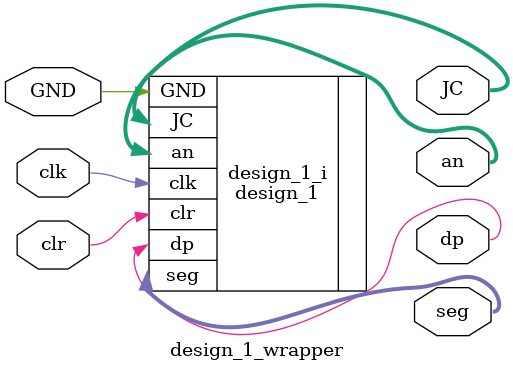
<source format=v>
`timescale 1 ps / 1 ps

module design_1_wrapper
   (GND,
    JC,
    an,
    clk,
    clr,
    dp,
    seg);
  input GND;
  output [7:0]JC;
  output [3:0]an;
  input clk;
  input clr;
  output dp;
  output [6:0]seg;

  wire GND;
  wire [7:0]JC;
  wire [3:0]an;
  wire clk;
  wire clr;
  wire dp;
  wire [6:0]seg;

design_1 design_1_i
       (.GND(GND),
        .JC(JC),
        .an(an),
        .clk(clk),
        .clr(clr),
        .dp(dp),
        .seg(seg));
endmodule

</source>
